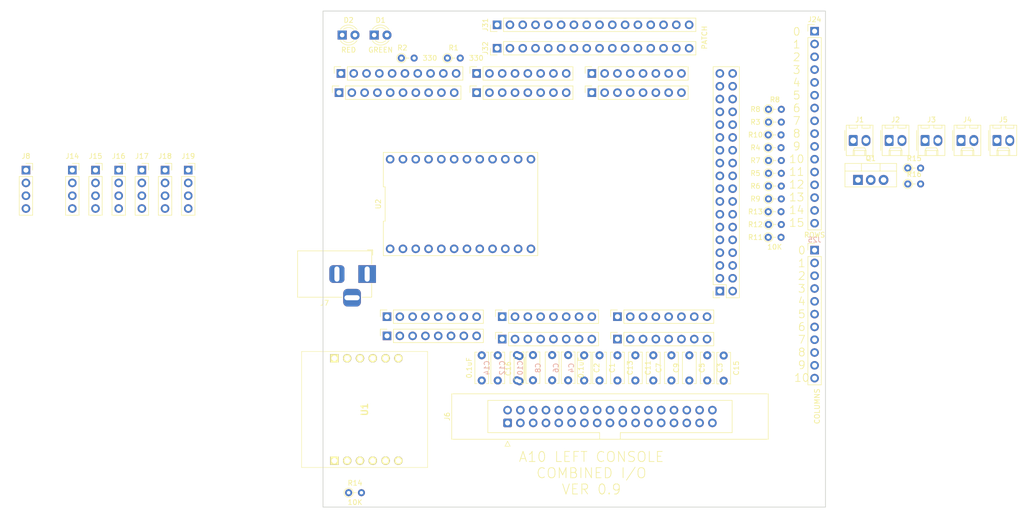
<source format=kicad_pcb>
(kicad_pcb (version 20240108) (generator "pcbnew") (generator_version "8.0")
  (title_block (date "mar. 31 mars 2015"))
  (layers (0 "F.Cu" signal) (31 "B.Cu" signal) (34 "B.Paste" user) (35 "F.Paste" user) (36 "B.SilkS" user "B.Silkscreen") (37 "F.SilkS" user "F.Silkscreen") (38 "B.Mask" user) (39 "F.Mask" user) (44 "Edge.Cuts" user))
  (net 0 "")
  (net 1 "GND")
  (net 2 "SCLK")
  (net 3 "ES1_RST")
  (net 4 "MISO")
  (net 5 "MOSI")
  (net 6 "/48")
  (net 7 "/49")
  (net 8 "/*46")
  (net 9 "/47")
  (net 10 "/*45")
  (net 11 "/42")
  (net 12 "/43")
  (net 13 "/40")
  (net 14 "/41")
  (net 15 "/38")
  (net 16 "/39")
  (net 17 "/A3")
  (net 18 "/37")
  (net 19 "/35")
  (net 20 "/32")
  (net 21 "/33")
  (net 22 "/30")
  (net 23 "/31")
  (net 24 "/28")
  (net 25 "/29")
  (net 26 "/26")
  (net 27 "/27")
  (net 28 "/24")
  (net 29 "/22")
  (net 30 "/23")
  (net 31 "Net-(D1-A)")
  (net 32 "+5V")
  (net 33 "/IOREF")
  (net 34 "/A0")
  (net 35 "/A1")
  (net 36 "/A2")
  (net 37 "Net-(D2-A)")
  (net 38 "/A4")
  (net 39 "/A5")
  (net 40 "/A6")
  (net 41 "/A7")
  (net 42 "/25")
  (net 43 "/A9")
  (net 44 "/A10")
  (net 45 "/A11")
  (net 46 "/A12")
  (net 47 "/A13")
  (net 48 "/A14")
  (net 49 "/A15")
  (net 50 "/AREF")
  (net 51 "/*13")
  (net 52 "/*12")
  (net 53 "/*11")
  (net 54 "/*9")
  (net 55 "/*8")
  (net 56 "/*7")
  (net 57 "/*6")
  (net 58 "/*5")
  (net 59 "/*4")
  (net 60 "/*3")
  (net 61 "/*2")
  (net 62 "/TX0{slash}1")
  (net 63 "/RX0{slash}0")
  (net 64 "+3V3")
  (net 65 "/RX3{slash}15")
  (net 66 "/*44")
  (net 67 "/TX3{slash}14")
  (net 68 "VCC")
  (net 69 "/~{RESET}")
  (net 70 "SS")
  (net 71 "/36")
  (net 72 "/A8")
  (net 73 "/BACKLIGHT_-V")
  (net 74 "+12V")
  (net 75 "SCL")
  (net 76 "/34")
  (net 77 "Net-(J31-Pin_1)")
  (net 78 "Net-(J31-Pin_2)")
  (net 79 "Net-(J31-Pin_3)")
  (net 80 "Net-(J31-Pin_4)")
  (net 81 "Net-(J31-Pin_5)")
  (net 82 "Net-(J31-Pin_6)")
  (net 83 "Net-(J31-Pin_7)")
  (net 84 "Net-(J31-Pin_8)")
  (net 85 "Net-(J31-Pin_9)")
  (net 86 "Net-(J31-Pin_10)")
  (net 87 "Net-(J31-Pin_11)")
  (net 88 "Net-(J31-Pin_12)")
  (net 89 "Net-(J31-Pin_13)")
  (net 90 "Net-(J31-Pin_14)")
  (net 91 "Net-(J31-Pin_15)")
  (net 92 "Net-(J31-Pin_16)")
  (net 95 "Net-(U1-INT)")
  (net 97 "SDA")
  (net 98 "I2C_SEL_A0")
  (net 99 "I2C_SEL_A1")
  (net 100 "I2C_SEL_RESET")
  (net 101 "I2C_SEL_A2")
  (net 109 "Net-(Q1-G)")
  (net 110 "/BACKLIGHT")
  (net 111 "/OLED/SC0")
  (net 112 "/OLED/SD0")
  (net 113 "VHF_AM_OLED_SD")
  (net 114 "VHF_AM_OLED_SC")
  (net 115 "/OLED/SD2")
  (net 116 "/OLED/SC2")
  (net 117 "/OLED/SC3")
  (net 118 "/OLED/SD3")
  (net 119 "/OLED/SD4")
  (net 120 "/OLED/SC4")
  (net 121 "/OLED/SD5")
  (net 122 "/OLED/SC5")
  (net 123 "/OLED/SD6")
  (net 124 "/OLED/SC6")
  (net 125 "/OLED/SC7")
  (net 126 "/OLED/SD7")
  (footprint "Connector_PinSocket_2.54mm:PinSocket_2x18_P2.54mm_Vertical" (layer "F.Cu") (at 193.98 92.38 180)
    (property "Reference" "J37" (hide yes))
    (property "Value" "Digital")
    (pad "1" thru_hole rect (at 0 0 180) (size 1.7 1.7) (drill 1) (layers "*.Cu" "*.Mask") (net 1 "GND"))
    (pad "2" thru_hole oval (at -2.54 0 180) (size 1.7 1.7) (drill 1) (layers "*.Cu" "*.Mask") (net 1 "GND"))
    (pad "3" thru_hole oval (at 0 2.54 180) (size 1.7 1.7) (drill 1) (layers "*.Cu" "*.Mask") (net 2 "SCLK"))
    (pad "4" thru_hole oval (at -2.54 2.54 180) (size 1.7 1.7) (drill 1) (layers "*.Cu" "*.Mask") (net 3 "ES1_RST"))
    (pad "5" thru_hole oval (at 0 5.08 180) (size 1.7 1.7) (drill 1) (layers "*.Cu" "*.Mask") (net 4 "MISO"))
    (pad "6" thru_hole oval (at -2.54 5.08 180) (size 1.7 1.7) (drill 1) (layers "*.Cu" "*.Mask") (net 5 "MOSI"))
    (pad "7" thru_hole oval (at 0 7.62 180) (size 1.7 1.7) (drill 1) (layers "*.Cu" "*.Mask") (net 6 "/48"))
    (pad "8" thru_hole oval (at -2.54 7.62 180) (size 1.7 1.7) (drill 1) (layers "*.Cu" "*.Mask") (net 7 "/49"))
    (pad "9" thru_hole oval (at 0 10.16 180) (size 1.7 1.7) (drill 1) (layers "*.Cu" "*.Mask") (net 8 "/*46"))
    (pad "10" thru_hole oval (at -2.54 10.16 180) (size 1.7 1.7) (drill 1) (layers "*.Cu" "*.Mask") (net 9 "/47"))
    (pad "11" thru_hole oval (at 0 12.7 180) (size 1.7 1.7) (drill 1) (layers "*.Cu" "*.Mask"))
    (pad "12" thru_hole oval (at -2.54 12.7 180) (size 1.7 1.7) (drill 1) (layers "*.Cu" "*.Mask") (net 10 "/*45"))
    (pad "13" thru_hole oval (at 0 15.24 180) (size 1.7 1.7) (drill 1) (layers "*.Cu" "*.Mask"))
    (pad "14" thru_hole oval (at -2.54 15.24 180) (size 1.7 1.7) (drill 1) (layers "*.Cu" "*.Mask") (net 12 "/43"))
    (pad "15" thru_hole oval (at 0 17.78 180) (size 1.7 1.7) (drill 1) (layers "*.Cu" "*.Mask") (net 13 "/40"))
    (pad "16" thru_hole oval (at -2.54 17.78 180) (size 1.7 1.7) (drill 1) (layers "*.Cu" "*.Mask") (net 14 "/41"))
    (pad "17" thru_hole oval (at 0 20.32 180) (size 1.7 1.7) (drill 1) (layers "*.Cu" "*.Mask") (net 15 "/38"))
    (pad "18" thru_hole oval (at -2.54 20.32 180) (size 1.7 1.7) (drill 1) (layers "*.Cu" "*.Mask") (net 16 "/39"))
    (pad "19" thru_hole oval (at 0 22.86 180) (size 1.7 1.7) (drill 1) (layers "*.Cu" "*.Mask") (net 71 "/36"))
    (pad "20" thru_hole oval (at -2.54 22.86 180) (size 1.7 1.7) (drill 1) (layers "*.Cu" "*.Mask") (net 18 "/37"))
    (pad "21" thru_hole oval (at 0 25.4 180) (size 1.7 1.7) (drill 1) (layers "*.Cu" "*.Mask") (net 76 "/34"))
    (pad "22" thru_hole oval (at -2.54 25.4 180) (size 1.7 1.7) (drill 1) (layers "*.Cu" "*.Mask") (net 19 "/35"))
    (pad "23" thru_hole oval (at 0 27.94 180) (size 1.7 1.7) (drill 1) (layers "*.Cu" "*.Mask"))
    (pad "24" thru_hole oval (at -2.54 27.94 180) (size 1.7 1.7) (drill 1) (layers "*.Cu" "*.Mask") (net 21 "/33"))
    (pad "25" thru_hole oval (at 0 30.48 180) (size 1.7 1.7) (drill 1) (layers "*.Cu" "*.Mask") (net 22 "/30"))
    (pad "26" thru_hole oval (at -2.54 30.48 180) (size 1.7 1.7) (drill 1) (layers "*.Cu" "*.Mask") (net 23 "/31"))
    (pad "27" thru_hole oval (at 0 33.02 180) (size 1.7 1.7) (drill 1) (layers "*.Cu" "*.Mask"))
    (pad "28" thru_hole oval (at -2.54 33.02 180) (size 1.7 1.7) (drill 1) (layers "*.Cu" "*.Mask") (net 25 "/29"))
    (pad "29" thru_hole oval (at 0 35.56 180) (size 1.7 1.7) (drill 1) (layers "*.Cu" "*.Mask"))
    (pad "30" thru_hole oval (at -2.54 35.56 180) (size 1.7 1.7) (drill 1) (layers "*.Cu" "*.Mask") (net 27 "/27"))
    (pad "31" thru_hole oval (at 0 38.1 180) (size 1.7 1.7) (drill 1) (layers "*.Cu" "*.Mask"))
    (pad "32" thru_hole oval (at -2.54 38.1 180) (size 1.7 1.7) (drill 1) (layers "*.Cu" "*.Mask") (net 42 "/25"))
    (pad "33" thru_hole oval (at 0 40.64 180) (size 1.7 1.7) (drill 1) (layers "*.Cu" "*.Mask"))
    (pad "34" thru_hole oval (at -2.54 40.64 180) (size 1.7 1.7) (drill 1) (layers "*.Cu" "*.Mask") (net 30 "/23"))
    (pad "35" thru_hole oval (at 0 43.18 180) (size 1.7 1.7) (drill 1) (layers "*.Cu" "*.Mask") (net 32 "+5V"))
    (pad "36" thru_hole oval (at -2.54 43.18 180) (size 1.7 1.7) (drill 1) (layers "*.Cu" "*.Mask") (net 32 "+5V"))
  )
  (footprint "Connector_PinSocket_2.54mm:PinSocket_1x08_P2.54mm_Vertical" (layer "F.Cu") (at 127.94 97.46 90)
    (property "Reference" "J34" (hide yes))
    (property "Value" "Power")
    (pad "1" thru_hole rect (at 0 0 90) (size 1.7 1.7) (drill 1) (layers "*.Cu" "*.Mask"))
    (pad "2" thru_hole oval (at 0 2.54 90) (size 1.7 1.7) (drill 1) (layers "*.Cu" "*.Mask") (net 33 "/IOREF"))
    (pad "3" thru_hole oval (at 0 5.08 90) (size 1.7 1.7) (drill 1) (layers "*.Cu" "*.Mask") (net 69 "/~{RESET}"))
    (pad "4" thru_hole oval (at 0 7.62 90) (size 1.7 1.7) (drill 1) (layers "*.Cu" "*.Mask") (net 64 "+3V3"))
    (pad "5" thru_hole oval (at 0 10.16 90) (size 1.7 1.7) (drill 1) (layers "*.Cu" "*.Mask") (net 32 "+5V"))
    (pad "6" thru_hole oval (at 0 12.7 90) (size 1.7 1.7) (drill 1) (layers "*.Cu" "*.Mask") (net 1 "GND"))
    (pad "7" thru_hole oval (at 0 15.24 90) (size 1.7 1.7) (drill 1) (layers "*.Cu" "*.Mask") (net 1 "GND"))
    (pad "8" thru_hole oval (at 0 17.78 90) (size 1.7 1.7) (drill 1) (layers "*.Cu" "*.Mask") (net 68 "VCC"))
  )
  (footprint "Connector_PinSocket_2.54mm:PinSocket_1x08_P2.54mm_Vertical" (layer "F.Cu") (at 150.8 97.46 90)
    (property "Reference" "J35" (hide yes))
    (property "Value" "Analog")
    (pad "1" thru_hole rect (at 0 0 90) (size 1.7 1.7) (drill 1) (layers "*.Cu" "*.Mask") (net 34 "/A0"))
    (pad "2" thru_hole oval (at 0 2.54 90) (size 1.7 1.7) (drill 1) (layers "*.Cu" "*.Mask") (net 35 "/A1"))
    (pad "3" thru_hole oval (at 0 5.08 90) (size 1.7 1.7) (drill 1) (layers "*.Cu" "*.Mask") (net 36 "/A2"))
    (pad "4" thru_hole oval (at 0 7.62 90) (size 1.7 1.7) (drill 1) (layers "*.Cu" "*.Mask") (net 17 "/A3"))
    (pad "5" thru_hole oval (at 0 10.16 90) (size 1.7 1.7) (drill 1) (layers "*.Cu" "*.Mask") (net 38 "/A4"))
    (pad "6" thru_hole oval (at 0 12.7 90) (size 1.7 1.7) (drill 1) (layers "*.Cu" "*.Mask") (net 39 "/A5"))
    (pad "7" thru_hole oval (at 0 15.24 90) (size 1.7 1.7) (drill 1) (layers "*.Cu" "*.Mask") (net 40 "/A6"))
    (pad "8" thru_hole oval (at 0 17.78 90) (size 1.7 1.7) (drill 1) (layers "*.Cu" "*.Mask") (net 41 "/A7"))
  )
  (footprint "Connector_PinSocket_2.54mm:PinSocket_1x08_P2.54mm_Vertical" (layer "F.Cu") (at 173.66 97.46 90)
    (property "Reference" "J36" (hide yes))
    (property "Value" "Analog")
    (pad "1" thru_hole rect (at 0 0 90) (size 1.7 1.7) (drill 1) (layers "*.Cu" "*.Mask") (net 72 "/A8"))
    (pad "2" thru_hole oval (at 0 2.54 90) (size 1.7 1.7) (drill 1) (layers "*.Cu" "*.Mask") (net 43 "/A9"))
    (pad "3" thru_hole oval (at 0 5.08 90) (size 1.7 1.7) (drill 1) (layers "*.Cu" "*.Mask") (net 44 "/A10"))
    (pad "4" thru_hole oval (at 0 7.62 90) (size 1.7 1.7) (drill 1) (layers "*.Cu" "*.Mask") (net 45 "/A11"))
    (pad "5" thru_hole oval (at 0 10.16 90) (size 1.7 1.7) (drill 1) (layers "*.Cu" "*.Mask") (net 46 "/A12"))
    (pad "6" thru_hole oval (at 0 12.7 90) (size 1.7 1.7) (drill 1) (layers "*.Cu" "*.Mask") (net 47 "/A13"))
    (pad "7" thru_hole oval (at 0 15.24 90) (size 1.7 1.7) (drill 1) (layers "*.Cu" "*.Mask") (net 48 "/A14"))
    (pad "8" thru_hole oval (at 0 17.78 90) (size 1.7 1.7) (drill 1) (layers "*.Cu" "*.Mask") (net 49 "/A15"))
  )
  (footprint "Connector_PinSocket_2.54mm:PinSocket_1x10_P2.54mm_Vertical" (layer "F.Cu") (at 118.796 49.2 90)
    (property "Reference" "J38" (hide yes))
    (property "Value" "PWM")
    (pad "1" thru_hole rect (at 0 0 90) (size 1.7 1.7) (drill 1) (layers "*.Cu" "*.Mask") (net 75 "SCL"))
    (pad "2" thru_hole oval (at 0 2.54 90) (size 1.7 1.7) (drill 1) (layers "*.Cu" "*.Mask") (net 97 "SDA"))
    (pad "3" thru_hole oval (at 0 5.08 90) (size 1.7 1.7) (drill 1) (layers "*.Cu" "*.Mask") (net 50 "/AREF"))
    (pad "4" thru_hole oval (at 0 7.62 90) (size 1.7 1.7) (drill 1) (layers "*.Cu" "*.Mask") (net 1 "GND"))
    (pad "5" thru_hole oval (at 0 10.16 90) (size 1.7 1.7) (drill 1) (layers "*.Cu" "*.Mask") (net 51 "/*13"))
    (pad "6" thru_hole oval (at 0 12.7 90) (size 1.7 1.7) (drill 1) (layers "*.Cu" "*.Mask") (net 52 "/*12"))
    (pad "7" thru_hole oval (at 0 15.24 90) (size 1.7 1.7) (drill 1) (layers "*.Cu" "*.Mask") (net 53 "/*11"))
    (pad "8" thru_hole oval (at 0 17.78 90) (size 1.7 1.7) (drill 1) (layers "*.Cu" "*.Mask") (net 70 "SS"))
    (pad "9" thru_hole oval (at 0 20.32 90) (size 1.7 1.7) (drill 1) (layers "*.Cu" "*.Mask") (net 54 "/*9"))
    (pad "10" thru_hole oval (at 0 22.86 90) (size 1.7 1.7) (drill 1) (layers "*.Cu" "*.Mask") (net 55 "/*8"))
  )
  (footprint "Connector_PinSocket_2.54mm:PinSocket_1x08_P2.54mm_Vertical" (layer "F.Cu") (at 145.72 49.2 90)
    (property "Reference" "J39" (hide yes))
    (property "Value" "PWM")
    (pad "1" thru_hole rect (at 0 0 90) (size 1.7 1.7) (drill 1) (layers "*.Cu" "*.Mask") (net 56 "/*7"))
    (pad "2" thru_hole oval (at 0 2.54 90) (size 1.7 1.7) (drill 1) (layers "*.Cu" "*.Mask") (net 57 "/*6"))
    (pad "3" thru_hole oval (at 0 5.08 90) (size 1.7 1.7) (drill 1) (layers "*.Cu" "*.Mask") (net 58 "/*5"))
    (pad "4" thru_hole oval (at 0 7.62 90) (size 1.7 1.7) (drill 1) (layers "*.Cu" "*.Mask") (net 59 "/*4"))
    (pad "5" thru_hole oval (at 0 10.16 90) (size 1.7 1.7) (drill 1) (layers "*.Cu" "*.Mask") (net 60 "/*3"))
    (pad "6" thru_hole oval (at 0 12.7 90) (size 1.7 1.7) (drill 1) (layers "*.Cu" "*.Mask") (net 61 "/*2"))
    (pad "7" thru_hole oval (at 0 15.24 90) (size 1.7 1.7) (drill 1) (layers "*.Cu" "*.Mask") (net 62 "/TX0{slash}1"))
    (pad "8" thru_hole oval (at 0 17.78 90) (size 1.7 1.7) (drill 1) (layers "*.Cu" "*.Mask") (net 63 "/RX0{slash}0"))
  )
  (footprint "Connector_PinSocket_2.54mm:PinSocket_1x08_P2.54mm_Vertical" (layer "F.Cu") (at 168.58 49.2 90)
    (property "Reference" "J40" (hide yes))
    (property "Value" "Communication")
    (pad "1" thru_hole rect (at 0 0 90) (size 1.7 1.7) (drill 1) (layers "*.Cu" "*.Mask") (net 67 "/TX3{slash}14"))
    (pad "2" thru_hole oval (at 0 2.54 90) (size 1.7 1.7) (drill 1) (layers "*.Cu" "*.Mask") (net 65 "/RX3{slash}15"))
    (pad "3" thru_hole oval (at 0 5.08 90) (size 1.7 1.7) (drill 1) (layers "*.Cu" "*.Mask") (net 100 "I2C_SEL_RESET"))
    (pad "4" thru_hole oval (at 0 7.62 90) (size 1.7 1.7) (drill 1) (layers "*.Cu" "*.Mask") (net 98 "I2C_SEL_A0"))
    (pad "5" thru_hole oval (at 0 10.16 90) (size 1.7 1.7) (drill 1) (layers "*.Cu" "*.Mask") (net 99 "I2C_SEL_A1"))
    (pad "6" thru_hole oval (at 0 12.7 90) (size 1.7 1.7) (drill 1) (layers "*.Cu" "*.Mask") (net 101 "I2C_SEL_A2"))
    (pad "7" thru_hole oval (at 0 15.24 90) (size 1.7 1.7) (drill 1) (layers "*.Cu" "*.Mask") (net 97 "SDA"))
    (pad "8" thru_hole oval (at 0 17.78 90) (size 1.7 1.7) (drill 1) (layers "*.Cu" "*.Mask") (net 75 "SCL"))
  )
  (footprint "Resistor_THT:R_Axial_DIN0204_L3.6mm_D1.6mm_P2.54mm_Vertical" (layer "F.Cu") (at 203.632 69.012)
    (property "Reference" "R5" (at -2.59 0 0) (layer "F.SilkS"))
    (property "Value" "10K")
    (pad "1" thru_hole circle (at 0 0) (size 1.4 1.4) (drill 0.7) (layers "*.Cu" "*.Mask") (net 32 "+5V"))
    (pad "2" thru_hole oval (at 2.54 0) (size 1.4 1.4) (drill 0.7) (layers "*.Cu" "*.Mask") (net 13 "/40"))
  )
  (footprint "Resistor_THT:R_Axial_DIN0204_L3.6mm_D1.6mm_P2.54mm_Vertical" (layer "F.Cu") (at 130.784 46.152)
    (property "Reference" "R2" (at 0.204 -2.032 0) (layer "F.SilkS"))
    (property "Value" "330" (at 5.665 0 0) (layer "F.SilkS"))
    (pad "1" thru_hole circle (at 0 0) (size 1.4 1.4) (drill 0.7) (layers "*.Cu" "*.Mask") (net 52 "/*12"))
    (pad "2" thru_hole oval (at 2.54 0) (size 1.4 1.4) (drill 0.7) (layers "*.Cu" "*.Mask") (net 37 "Net-(D2-A)"))
  )
  (footprint "Resistor_THT:R_Axial_DIN0204_L3.6mm_D1.6mm_P2.54mm_Vertical" (layer "F.Cu") (at 231.27 71.13)
    (property "Reference" "R16" (at 1.27 -1.92 0) (layer "F.SilkS"))
    (property "Value" "10K")
    (pad "1" thru_hole circle (at 0 0) (size 1.4 1.4) (drill 0.7) (layers "*.Cu" "*.Mask") (net 1 "GND"))
    (pad "2" thru_hole oval (at 2.54 0) (size 1.4 1.4) (drill 0.7) (layers "*.Cu" "*.Mask") (net 109 "Net-(Q1-G)"))
  )
  (footprint "Capacitor_THT:C_Disc_D6.0mm_W2.5mm_P5.00mm" (layer "F.Cu") (at 184.368 110.12 90)
    (property "Reference" "C7" (at 2.5 -2.5 90) (layer "F.SilkS"))
    (property "Value" "0.1uF")
    (pad "1" thru_hole circle (at 0 0 90) (size 1.6 1.6) (drill 0.8) (layers "*.Cu" "*.Mask") (net 45 "/A11"))
    (pad "2" thru_hole circle (at 5 0 90) (size 1.6 1.6) (drill 0.8) (layers "*.Cu" "*.Mask") (net 1 "GND"))
  )
  (footprint "Capacitor_THT:C_Disc_D6.0mm_W2.5mm_P5.00mm" (layer "F.Cu") (at 146.736 105.12 -90)
    (property "Reference" "C14" (at 2.5 -1.016 90) (layer "B.SilkS") (effects (justify mirror)))
    (property "Value" "0.1uF" (at 2.5 2.5 90) (layer "F.SilkS"))
    (pad "1" thru_hole circle (at 0 0 270) (size 1.6 1.6) (drill 0.8) (layers "*.Cu" "*.Mask") (net 34 "/A0"))
    (pad "2" thru_hole circle (at 5 0 270) (size 1.6 1.6) (drill 0.8) (layers "*.Cu" "*.Mask") (net 1 "GND"))
  )
  (footprint "Connector_PinSocket_2.54mm:PinSocket_1x04_P2.54mm_Vertical" (layer "F.Cu") (at 70.1 68.38)
    (property "Reference" "J15" (at 0 -2.77 0) (layer "F.SilkS"))
    (property "Value" "MWS_OLED")
    (pad "1" thru_hole rect (at 0 0) (size 1.7 1.7) (drill 1) (layers "*.Cu" "*.Mask") (net 32 "+5V"))
    (pad "2" thru_hole oval (at 0 2.54) (size 1.7 1.7) (drill 1) (layers "*.Cu" "*.Mask") (net 1 "GND"))
    (pad "3" thru_hole oval (at 0 5.08) (size 1.7 1.7) (drill 1) (layers "*.Cu" "*.Mask") (net 117 "/OLED/SC3"))
    (pad "4" thru_hole oval (at 0 7.62) (size 1.7 1.7) (drill 1) (layers "*.Cu" "*.Mask") (net 118 "/OLED/SD3"))
  )
  (footprint "Resistor_THT:R_Axial_DIN0204_L3.6mm_D1.6mm_P2.54mm_Vertical" (layer "F.Cu") (at 203.632 66.472)
    (property "Reference" "R7" (at -2.59 0 0) (layer "F.SilkS"))
    (property "Value" "10K")
    (pad "1" thru_hole circle (at 0 0) (size 1.4 1.4) (drill 0.7) (layers "*.Cu" "*.Mask") (net 32 "+5V"))
    (pad "2" thru_hole oval (at 2.54 0) (size 1.4 1.4) (drill 0.7) (layers "*.Cu" "*.Mask") (net 11 "/42"))
  )
  (footprint "Connector_PinSocket_2.54mm:PinSocket_1x04_P2.54mm_Vertical" (layer "F.Cu") (at 88.5 68.38)
    (property "Reference" "J19" (at 0 -2.77 0) (layer "F.SilkS"))
    (property "Value" "SPARE_OLED")
    (pad "1" thru_hole rect (at 0 0) (size 1.7 1.7) (drill 1) (layers "*.Cu" "*.Mask") (net 32 "+5V"))
    (pad "2" thru_hole oval (at 0 2.54) (size 1.7 1.7) (drill 1) (layers "*.Cu" "*.Mask") (net 1 "GND"))
    (pad "3" thru_hole oval (at 0 5.08) (size 1.7 1.7) (drill 1) (layers "*.Cu" "*.Mask") (net 125 "/OLED/SC7"))
    (pad "4" thru_hole oval (at 0 7.62) (size 1.7 1.7) (drill 1) (layers "*.Cu" "*.Mask") (net 126 "/OLED/SD7"))
  )
  (footprint "Resistor_THT:R_Axial_DIN0204_L3.6mm_D1.6mm_P2.54mm_Vertical" (layer "F.Cu") (at 120.325 132.385)
    (property "Reference" "R14" (at 1.27 -1.92 0) (layer "F.SilkS"))
    (property "Value" "10K" (at 1.27 1.92 0) (layer "F.SilkS"))
    (pad "1" thru_hole circle (at 0 0) (size 1.4 1.4) (drill 0.7) (layers "*.Cu" "*.Mask") (net 64 "+3V3"))
    (pad "2" thru_hole oval (at 2.54 0) (size 1.4 1.4) (drill 0.7) (layers "*.Cu" "*.Mask") (net 95 "Net-(U1-INT)"))
  )
  (footprint "Connector_PinHeader_2.54mm:PinHeader_1x16_P2.54mm_Vertical" (layer "F.Cu") (at 149.784 44.198 90)
    (property "Reference" "J32" (at 0 -2.33 90) (layer "F.SilkS"))
    (property "Value" "PATCH")
    (pad "1" thru_hole rect (at 0 0 90) (size 1.7 1.7) (drill 1) (layers "*.Cu" "*.Mask") (net 77 "Net-(J31-Pin_1)"))
    (pad "2" thru_hole oval (at 0 2.54 90) (size 1.7 1.7) (drill 1) (layers "*.Cu" "*.Mask") (net 78 "Net-(J31-Pin_2)"))
    (pad "3" thru_hole oval (at 0 5.08 90) (size 1.7 1.7) (drill 1) (layers "*.Cu" "*.Mask") (net 79 "Net-(J31-Pin_3)"))
    (pad "4" thru_hole oval (at 0 7.62 90) (size 1.7 1.7) (drill 1) (layers "*.Cu" "*.Mask") (net 80 "Net-(J31-Pin_4)"))
    (pad "5" thru_hole oval (at 0 10.16 90) (size 1.7 1.7) (drill 1) (layers "*.Cu" "*.Mask") (net 81 "Net-(J31-Pin_5)"))
    (pad "6" thru_hole oval (at 0 12.7 90) (size 1.7 1.7) (drill 1) (layers "*.Cu" "*.Mask") (net 82 "Net-(J31-Pin_6)"))
    (pad "7" thru_hole oval (at 0 15.24 90) (size 1.7 1.7) (drill 1) (layers "*.Cu" "*.Mask") (net 83 "Net-(J31-Pin_7)"))
    (pad "8" thru_hole oval (at 0 17.78 90) (size 1.7 1.7) (drill 1) (layers "*.Cu" "*.Mask") (net 84 "Net-(J31-Pin_8)"))
    (pad "9" thru_hole oval (at 0 20.32 90) (size 1.7 1.7) (drill 1) (layers "*.Cu" "*.Mask") (net 85 "Net-(J31-Pin_9)"))
    (pad "10" thru_hole oval (at 0 22.86 90) (size 1.7 1.7) (drill 1) (layers "*.Cu" "*.Mask") (net 86 "Net-(J31-Pin_10)"))
    (pad "11" thru_hole oval (at 0 25.4 90) (size 1.7 1.7) (drill 1) (layers "*.Cu" "*.Mask") (net 87 "Net-(J31-Pin_11)"))
    (pad "12" thru_hole oval (at 0 27.94 90) (size 1.7 1.7) (drill 1) (layers "*.Cu" "*.Mask") (net 88 "Net-(J31-Pin_12)"))
    (pad "13" thru_hole oval (at 0 30.48 90) (size 1.7 1.7) (drill 1) (layers "*.Cu" "*.Mask") (net 89 "Net-(J31-Pin_13)"))
    (pad "14" thru_hole oval (at 0 33.02 90) (size 1.7 1.7) (drill 1) (layers "*.Cu" "*.Mask") (net 90 "Net-(J31-Pin_14)"))
    (pad "15" thru_hole oval (at 0 35.56 90) (size 1.7 1.7) (drill 1) (layers "*.Cu" "*.Mask") (net 91 "Net-(J31-Pin_15)"))
    (pad "16" thru_hole oval (at 0 38.1 90) (size 1.7 1.7) (drill 1) (layers "*.Cu" "*.Mask") (net 92 "Net-(J31-Pin_16)"))
  )
  (footprint "Capacitor_THT:C_Disc_D6.0mm_W2.5mm_P5.00mm" (layer "F.Cu") (at 191.48 105.12 -90)
    (property "Reference" "C3" (at 2.5 -2.5 90) (layer "F.SilkS"))
    (property "Value" "0.1uF")
    (pad "1" thru_hole circle (at 0 0 270) (size 1.6 1.6) (drill 0.8) (layers "*.Cu" "*.Mask") (net 47 "/A13"))
    (pad "2" thru_hole circle (at 5 0 270) (size 1.6 1.6) (drill 0.8) (layers "*.Cu" "*.Mask") (net 1 "GND"))
  )
  (footprint "Connector_PinSocket_2.54mm:PinSocket_1x04_P2.54mm_Vertical" (layer "F.Cu") (at 74.7 68.38)
    (property "Reference" "J16" (at 0 -2.77 0) (layer "F.SilkS"))
    (property "Value" "CMSP_OLED")
    (pad "1" thru_hole rect (at 0 0) (size 1.7 1.7) (drill 1) (layers "*.Cu" "*.Mask") (net 32 "+5V"))
    (pad "2" thru_hole oval (at 0 2.54) (size 1.7 1.7) (drill 1) (layers "*.Cu" "*.Mask") (net 1 "GND"))
    (pad "3" thru_hole oval (at 0 5.08) (size 1.7 1.7) (drill 1) (layers "*.Cu" "*.Mask") (net 120 "/OLED/SC4"))
    (pad "4" thru_hole oval (at 0 7.62) (size 1.7 1.7) (drill 1) (layers "*.Cu" "*.Mask") (net 119 "/OLED/SD4"))
  )
  (footprint "Connector_PinSocket_2.54mm:PinSocket_1x08_P2.54mm_Vertical" (layer "F.Cu") (at 173.66 101.905 90)
    (property "Reference" "J30")
    (property "Value" "Analog")
    (pad "1" thru_hole rect (at 0 0 90) (size 1.7 1.7) (drill 1) (layers "*.Cu" "*.Mask") (net 72 "/A8"))
    (pad "2" thru_hole oval (at 0 2.54 90) (size 1.7 1.7) (drill 1) (layers "*.Cu" "*.Mask") (net 43 "/A9"))
    (pad "3" thru_hole oval (at 0 5.08 90) (size 1.7 1.7) (drill 1) (layers "*.Cu" "*.Mask") (net 44 "/A10"))
    (pad "4" thru_hole oval (at 0 7.62 90) (size 1.7 1.7) (drill 1) (layers "*.Cu" "*.Mask") (net 45 "/A11"))
    (pad "5" thru_hole oval (at 0 10.16 90) (size 1.7 1.7) (drill 1) (layers "*.Cu" "*.Mask") (net 46 "/A12"))
    (pad "6" thru_hole oval (at 0 12.7 90) (size 1.7 1.7) (drill 1) (layers "*.Cu" "*.Mask") (net 47 "/A13"))
    (pad "7" thru_hole oval (at 0 15.24 90) (size 1.7 1.7) (drill 1) (layers "*.Cu" "*.Mask") (net 48 "/A14"))
    (pad "8" thru_hole oval (at 0 17.78 90) (size 1.7 1.7) (drill 1) (layers "*.Cu" "*.Mask") (net 49 "/A15"))
  )
  (footprint "Connector_PinHeader_2.54mm:PinHeader_1x16_P2.54mm_Vertical" (layer "F.Cu") (at 212.776 40.818)
    (property "Reference" "J24" (at 0 -2.33 0) (layer "F.SilkS"))
    (property "Value" "ROWS" (at 0 40.43 0) (layer "F.SilkS"))
    (pad "1" thru_hole rect (at 0 0) (size 1.7 1.7) (drill 1) (layers "*.Cu" "*.Mask") (net 29 "/22"))
    (pad "2" thru_hole oval (at 0 2.54) (size 1.7 1.7) (drill 1) (layers "*.Cu" "*.Mask") (net 30 "/23"))
    (pad "3" thru_hole oval (at 0 5.08) (size 1.7 1.7) (drill 1) (layers "*.Cu" "*.Mask") (net 28 "/24"))
    (pad "4" thru_hole oval (at 0 7.62) (size 1.7 1.7) (drill 1) (layers "*.Cu" "*.Mask") (net 42 "/25"))
    (pad "5" thru_hole oval (at 0 10.16) (size 1.7 1.7) (drill 1) (layers "*.Cu" "*.Mask") (net 26 "/26"))
    (pad "6" thru_hole oval (at 0 12.7) (size 1.7 1.7) (drill 1) (layers "*.Cu" "*.Mask") (net 27 "/27"))
    (pad "7" thru_hole oval (at 0 15.24) (size 1.7 1.7) (drill 1) (layers "*.Cu" "*.Mask") (net 24 "/28"))
    (pad "8" thru_hole oval (at 0 17.78) (size 1.7 1.7) (drill 1) (layers "*.Cu" "*.Mask") (net 25 "/29"))
    (pad "9" thru_hole oval (at 0 20.32) (size 1.7 1.7) (drill 1) (layers "*.Cu" "*.Mask") (net 22 "/30"))
    (pad "10" thru_hole oval (at 0 22.86) (size 1.7 1.7) (drill 1) (layers "*.Cu" "*.Mask") (net 23 "/31"))
    (pad "11" thru_hole oval (at 0 25.4) (size 1.7 1.7) (drill 1) (layers "*.Cu" "*.Mask") (net 20 "/32"))
    (pad "12" thru_hole oval (at 0 27.94) (size 1.7 1.7) (drill 1) (layers "*.Cu" "*.Mask") (net 21 "/33"))
    (pad "13" thru_hole oval (at 0 30.48) (size 1.7 1.7) (drill 1) (layers "*.Cu" "*.Mask") (net 76 "/34"))
    (pad "14" thru_hole oval (at 0 33.02) (size 1.7 1.7) (drill 1) (layers "*.Cu" "*.Mask") (net 19 "/35"))
    (pad "15" thru_hole oval (at 0 35.56) (size 1.7 1.7) (drill 1) (layers "*.Cu" "*.Mask") (net 71 "/36"))
    (pad "16" thru_hole oval (at 0 38.1) (size 1.7 1.7) (drill 1) (layers "*.Cu" "*.Mask") (net 18 "/37"))
  )
  (footprint "Capacitor_THT:C_Disc_D6.0mm_W2.5mm_P5.00mm" (layer "F.Cu") (at 177.216 105.12 -90)
    (property "Reference" "C11" (at 2.5 -2.5 90) (layer "F.SilkS"))
    (property "Value" "0.1uF")
    (pad "1" thru_hole circle (at 0 0 270) (size 1.6 1.6) (drill 0.8) (layers "*.Cu" "*.Mask") (net 43 "/A9"))
    (pad "2" thru_hole circle (at 5 0 270) (size 1.6 1.6) (drill 0.8) (layers "*.Cu" "*.Mask") (net 1 "GND"))
  )
  (footprint "Arduino_MountingHole:MountingHole_3.2mm" (layer "F.Cu") (at 196.02 132.385)
    (property "Reference" "H2")
    (property "Value" "MountingHole")
    (pad "" np_thru_hole circle (at 0 0) (size 3.2 3.2) (drill 3.2) (layers "*.Cu" "*.Mask"))
  )
  (footprint "Connector_Molex:Molex_KK-254_AE-6410-02A_1x02_P2.54mm_Vertical" (layer "F.Cu") (at 220.44 62.5)
    (property "Reference" "J1" (at 1.27 -4.12 0) (layer "F.SilkS"))
    (property "Value" "BACKLIGHT")
    (pad "1" thru_hole roundrect (at 0 0) (size 1.74 2.19) (drill 1.19) (layers "*.Cu" "*.Mask") (roundrect_rratio 0.143678) (net 74 "+12V"))
    (pad "2" thru_hole oval (at 2.54 0) (size 1.74 2.19) (drill 1.19) (layers "*.Cu" "*.Mask") (net 73 "/BACKLIGHT_-V"))
  )
  (footprint "Capacitor_THT:C_Disc_D6.0mm_W2.5mm_P5.00mm" (layer "F.Cu") (at 160.706 105.08 -90)
    (property "Reference" "C6" (at 2.54 -0.762 90) (layer "B.SilkS") (effects (justify mirror)))
    (property "Value" "0.1uF")
    (pad "1" thru_hole circle (at 0 0 270) (size 1.6 1.6) (drill 0.8) (layers "*.Cu" "*.Mask") (net 38 "/A4"))
    (pad "2" thru_hole circle (at 5 0 270) (size 1.6 1.6) (drill 0.8) (layers "*.Cu" "*.Mask") (net 1 "GND"))
  )
  (footprint "Capacitor_THT:C_Disc_D6.0mm_W2.5mm_P5.00mm" (layer "F.Cu") (at 156.896 105.08 -90)
    (property "Reference" "C8" (at 2.54 -1.016 90) (layer "B.SilkS") (effects (justify mirror)))
    (property "Value" "0.1uF")
    (pad "1" thru_hole circle (at 0 0 270) (size 1.6 1.6) (drill 0.8) (layers "*.Cu" "*.Mask") (net 17 "/A3"))
    (pad "2" thru_hole circle (at 5 0 270) (size 1.6 1.6) (drill 0.8) (layers "*.Cu" "*.Mask") (net 1 "GND"))
  )
  (footprint "Resistor_THT:R_Axial_DIN0204_L3.6mm_D1.6mm_P2.54mm_Vertical" (layer "F.Cu") (at 203.582 61.392)
    (property "Reference" "R10" (at -2.54 0 0) (layer "F.SilkS"))
    (property "Value" "10K")
    (pad "1" thru_hole circle (at 0 0) (size 1.4 1.4) (drill 0.7) (layers "*.Cu" "*.Mask") (net 32 "+5V"))
    (pad "2" thru_hole oval (at 2.54 0) (size 1.4 1.4) (drill 0.7) (layers "*.Cu" "*.Mask") (net 10 "/*45"))
  )
  (footprint "Capacitor_THT:C_Disc_D6.0mm_W2.5mm_P5.00mm" (layer "F.Cu") (at 167.056 105.12 -90)
    (property "Reference" "C2" (at 2.5 -2.5 90) (layer "F.SilkS"))
    (property "Value" "0.1uF")
    (pad "1" thru_hole circle (at 0 0 270) (size 1.6 1.6) (drill 0.8) (layers "*.Cu" "*.Mask") (net 40 "/A6"))
    (pad "2" thru_hole circle (at 5 0 270) (size 1.6 1.6) (drill 0.8) (layers "*.Cu" "*.Mask") (net 1 "GND"))
  )
  (footprint "Connector_PinSocket_2.54mm:PinSocket_1x08_P2.54mm_Vertical" (layer "F.Cu") (at 127.94 101.27 90)
    (property "Reference" "J33")
    (property "Value" "Power")
    (pad "1" thru_hole rect (at 0 0 90) (size 1.7 1.7) (drill 1) (layers "*.Cu" "*.Mask"))
    (pad "2" thru_hole oval (at 0 2.54 90) (size 1.7 1.7) (drill 1) (layers "*.Cu" "*.Mask") (net 33 "/IOREF"))
    (pad "3" thru_hole oval (at 0 5.08 90) (size 1.7 1.7) (drill 1) (layers "*.Cu" "*.Mask") (net 69 "/~{RESET}"))
    (pad "4" thru_hole oval (at 0 7.62 90) (size 1.7 1.7) (drill 1) (layers "*.Cu" "*.Mask") (net 64 "+3V3"))
    (pad "5" thru_hole oval (at 0 10.16 90) (size 1.7 1.7) (drill 1) (layers "*.Cu" "*.Mask") (net 32 "+5V"))
    (pad "6" thru_hole oval (at 0 12.7 90) (size 1.7 1.7) (drill 1) (layers "*.Cu" "*.Mask") (net 1 "GND"))
    (pad "7" thru_hole oval (at 0 15.24 90) (size 1.7 1.7) (drill 1) (layers "*.Cu" "*.Mask") (net 1 "GND"))
    (pad "8" thru_hole oval (at 0 17.78 90) (size 1.7 1.7) (drill 1) (layers "*.Cu" "*.Mask") (net 68 "VCC"))
  )
  (footprint "Capacitor_THT:C_Disc_D6.0mm_W2.5mm_P5.00mm" (layer "F.Cu") (at 170.104 105.12 -90)
    (property "Reference" "C1" (at 2.5 -2.5 90) (layer "F.SilkS"))
    (property "Value" "0.1uF")
    (pad "1" thru_hole circle (at 0 0 270) (size 1.6 1.6) (drill 0.8) (layers "*.Cu" "*.Mask") (net 41 "/A7"))
    (pad "2" thru_hole circle (at 5 0 270) (size 1.6 1.6) (drill 0.8) (layers "*.Cu" "*.Mask") (net 1 "GND"))
  )
  (footprint "Resistor_THT:R_Axial_DIN0204_L3.6mm_D1.6mm_P2.54mm_Vertical" (layer "F.Cu") (at 203.632 56.312)
    (property "Reference" "R8" (at -2.59 0 0) (layer "F.SilkS"))
    (property "Value" "10K")
    (fp_text user "${REFERENCE}" (at 1.27 -1.92 0) (layer "F.SilkS"))
    (pad "1" thru_hole circle (at 0 0) (size 1.4 1.4) (drill 0.7) (layers "*.Cu" "*.Mask") (net 32 "+5V"))
    (pad "2" thru_hole oval (at 2.54 0) (size 1.4 1.4) (drill 0.7) (layers "*.Cu" "*.Mask") (net 12 "/43"))
  )
  (footprint "Resistor_THT:R_Axial_DIN0204_L3.6mm_D1.6mm_P2.54mm_Vertical" (layer "F.Cu") (at 203.582 81.712)
    (property "Reference" "R11" (at -2.54 0 0) (layer "F.SilkS"))
    (property "Value" "10K" (at 1.27 1.92 0) (layer "F.SilkS"))
    (pad "1" thru_hole circle (at 0 0) (size 1.4 1.4) (drill 0.7) (layers "*.Cu" "*.Mask") (net 32 "+5V"))
    (pad "2" thru_hole oval (at 2.54 0) (size 1.4 1.4) (drill 0.7) (layers "*.Cu" "*.Mask") (net 8 "/*46"))
  )
  (footprint "Capacitor_THT:C_Disc_D6.0mm_W2.5mm_P5.00mm" (layer "F.Cu") (at 187.924 105.12 -90)
    (property "Reference" "C5" (at 2.5 -2.5 90) (layer "F.SilkS"))
    (property "Value" "0.1uF")
    (pad "1" thru_hole circle (at 0 0 270) (size 1.6 1.6) (drill 0.8) (layers "*.Cu" "*.Mask") (net 46 "/A12"))
    (pad "2" thru_hole circle (at 5 0 270) (size 1.6 1.6) (drill 0.8) (layers "*.Cu" "*.Mask") (net 1 "GND"))
  )
  (footprint "Capacitor_THT:C_Disc_D6.0mm_W2.5mm_P5.00mm" (layer "F.Cu") (at 180.772 105.12 -90)
    (property "Reference" "C9" (at 2.5 -4.572 90) (layer "F.SilkS"))
    (property "Value" "0.1uF")
    (pad "1" thru_hole circle (at 0 0 270) (size 1.6 1.6) (drill 0.8) (layers "*.Cu" "*.Mask") (net 44 "/A10"))
    (pad "2" thru_hole circle (at 5 0 270) (size 1.6 1.6) (drill 0.8) (layers "*.Cu" "*.Mask") (net 1 "GND"))
  )
  (footprint "Connector_IDC:IDC-Header_2x17_P2.54mm_Latch_Vertical" (layer "F.Cu") (at 151.86 118.54 90)
    (property "Reference" "J6" (at 1.27 -11.97 90) (layer "F.SilkS"))
    (property "Value" "VHF_AM")
    (pad "1" thru_hole roundrect (at 0 0 90) (size 1.7 1.7) (drill 1) (layers "*.Cu" "*.Mask") (roundrect_rratio 0.147059) (net 15 "/38"))
    (pad "2" thru_hole circle (at 2.54 0 90) (size 1.7 1.7) (drill 1) (layers "*.Cu" "*.Mask") (net 16 "/39"))
    (pad "3" thru_hole circle (at 0 2.54 90) (size 1.7 1.7) (drill 1) (layers "*.Cu" "*.Mask") (net 13 "/40"))
    (pad "4" thru_hole circle (at 2.54 2.54 90) (size 1.7 1.7) (drill 1) (layers "*.Cu" "*.Mask") (net 29 "/22"))
    (pad "5" thru_hole circle (at 0 5.08 90) (size 1.7 1.7) (drill 1) (layers "*.Cu" "*.Mask") (net 30 "/23"))
    (pad "6" thru_hole circle (at 2.54 5.08 90) (size 1.7 1.7) (drill 1) (layers "*.Cu" "*.Mask") (net 28 "/24"))
    (pad "7" thru_hole circle (at 0 7.62 90) (size 1.7 1.7) (drill 1) (layers "*.Cu" "*.Mask") (net 42 "/25"))
    (pad "8" thru_hole circle (at 2.54 7.62 90) (size 1.7 1.7) (drill 1) (layers "*.Cu" "*.Mask") (net 26 "/26"))
    (pad "9" thru_hole circle (at 0 10.16 90) (size 1.7 1.7) (drill 1) (layers "*.Cu" "*.Mask") (net 27 "/27"))
    (pad "10" thru_hole circle (at 2.54 10.16 90) (size 1.7 1.7) (drill 1) (layers "*.Cu" "*.Mask") (net 24 "/28"))
    (pad "11" thru_hole circle (at 0 12.7 90) (size 1.7 1.7) (drill 1) (layers "*.Cu" "*.Mask") (net 25 "/29"))
    (pad "12" thru_hole circle (at 2.54 12.7 90) (size 1.7 1.7) (drill 1) (layers "*.Cu" "*.Mask") (net 22 "/30"))
    (pad "13" thru_hole circle (at 0 15.24 90) (size 1.7 1.7) (drill 1) (layers "*.Cu" "*.Mask") (net 23 "/31"))
    (pad "14" thru_hole circle (at 2.54 15.24 90) (size 1.7 1.7) (drill 1) (layers "*.Cu" "*.Mask") (net 20 "/32"))
    (pad "15" thru_hole circle (at 0 17.78 90) (size 1.7 1.7) (drill 1) (layers "*.Cu" "*.Mask") (net 21 "/33"))
    (pad "16" thru_hole circle (at 2.54 17.78 90) (size 1.7 1.7) (drill 1) (layers "*.Cu" "*.Mask") (net 76 "/34"))
    (pad "17" thru_hole circle (at 0 20.32 90) (size 1.7 1.7) (drill 1) (layers "*.Cu" "*.Mask") (net 19 "/35"))
    (pad "18" thru_hole circle (at 2.54 20.32 90) (size 1.7 1.7) (drill 1) (layers "*.Cu" "*.Mask") (net 71 "/36"))
    (pad "19" thru_hole circle (at 0 22.86 90) (size 1.7 1.7) (drill 1) (layers "*.Cu" "*.Mask") (net 18 "/37"))
    (pad "20" thru_hole circle (at 2.54 22.86 90) (size 1.7 1.7) (drill 1) (layers "*.Cu" "*.Mask"))
    (pad "21" thru_hole circle (at 0 25.4 90) (size 1.7 1.7) (drill 1) (layers "*.Cu" "*.Mask") (net 32 "+5V"))
    (pad "22" thru_hole circle (at 2.54 25.4 90) (size 1.7 1.7) (drill 1) (layers "*.Cu" "*.Mask") (net 34 "/A0"))
    (pad "23" thru_hole circle (at 0 27.94 90) (size 1.7 1.7) (drill 1) (layers "*.Cu" "*.Mask") (net 1 "GND"))
    (pad "24" thru_hole circle (at 2.54 27.94 90) (size 1.7 1.7) (drill 1) (layers "*.Cu" "*.Mask"))
    (pad "25" thru_hole circle (at 0 30.48 90) (size 1.7 1.7) (drill 1) (layers "*.Cu" "*.Mask") (net 48 "/A14"))
    (pad "26" thru_hole circle (at 2.54 30.48 90) (size 1.7 1.7) (drill 1) (layers "*.Cu" "*.Mask") (net 1 "GND"))
    (pad "27" thru_hole circle (at 0 33.02 90) (size 1.7 1.7) (drill 1) (layers "*.Cu" "*.Mask") (net 49 "/A15"))
    (pad "28" thru_hole circle (at 2.54 33.02 90) (size 1.7 1.7) (drill 1) (layers "*.Cu" "*.Mask"))
    (pad "29" thru_hole circle (at 0 35.56 90) (size 1.7 1.7) (drill 1) (layers "*.Cu" "*.Mask") (net 32 "+5V"))
    (pad "30" thru_hole circle (at 2.54 35.56 90) (size 1.7 1.7) (drill 1) (layers "*.Cu" "*.Mask") (net 1 "GND"))
    (pad "31" thru_hole circle (at 0 38.1 90) (size 1.7 1.7) (drill 1) (layers "*.Cu" "*.Mask") (net 114 "VHF_AM_OLED_SC"))
    (pad "32" thru_hole circle (at 2.54 38.1 90) (size 1.7 1.7) (drill 1) (layers "*.Cu" "*.Mask") (net 113 "VHF_AM_OLED_SD"))
    (pad "33" thru_hole circle (at 0 40.64 90) (size 1.7 1.7) (drill 1) (layers "*.Cu" "*.Mask") (net 74 "+12V"))
    (pad "34" thru_hole circle (at 2.54 40.64 90) (size 1.7 1.7) (drill 1) (layers "*.Cu" "*.Mask") (net 73 "/BACKLIGHT_-V"))
  )
  (footprint "Capacitor_THT:C_Disc_D6.0mm_W2.5mm_P5.00mm" (layer "F.Cu") (at 149.911 105.12 -90)
    (property "Reference" "C12" (at 2.5 -0.889 90) (layer "B.SilkS") (effects (justify mirror)))
    (property "Value" "0.1uF")
    (pad "1" thru_hole circle (at 0 0 270) (size 1.6 1.6) (drill 0.8) (layers "*.Cu" "*.Mask") (net 35 "/A1"))
    (pad "2" thru_hole circle (at 5 0 270) (size 1.6 1.6) (drill 0.8) (layers "*.Cu" "*.Mask") (net 1 "GND"))
  )
  (footprint "Capacitor_THT:C_Disc_D6.0mm_W2.5mm_P5.00mm" (layer "F.Cu") (at 194.74 105.17 -90)
    (property "Reference" "C15" (at 2.5 -2.5 90) (layer "F.SilkS"))
    (property "Value" "0.1uF")
    (pad "1" thru_hole circle (at 0 0 270) (size 1.6 1.6) (drill 0.8) (layers "*.Cu" "*.Mask") (net 48 "/A14"))
    (pad "2" thru_hole circle (at 5 0 270) (size 1.6 1.6) (drill 0.8) (layers "*.Cu" "*.Mask") (net 1 "GND"))
  )
  (footprint "Connector_PinSocket_2.54mm:PinSocket_1x04_P2.54mm_Vertical" (layer "F.Cu") (at 83.9 68.38)
    (property "Reference" "J18" (at 0 -2.77 0) (layer "F.SilkS"))
    (property "Value" "TACAN_OLED")
    (pad "1" thru_hole rect (at 0 0) (size 1.7 1.7) (drill 1) (layers "*.Cu" "*.Mask") (net 32 "+5V"))
    (pad "2" thru_hole oval (at 0 2.54) (size 1.7 1.7) (drill 1) (layers "*.Cu" "*.Mask") (net 1 "GND"))
    (pad "3" thru_hole oval (at 0 5.08) (size 1.7 1.7) (drill 1) (layers "*.Cu" "*.Mask") (net 124 "/OLED/SC6"))
    (pad "4" thru_hole oval (at 0 7.62) (size 1.7 1.7) (drill 1) (layers "*.Cu" "*.Mask") (net 123 "/OLED/SD6"))
  )
  (footprint "Resistor_THT:R_Axial_DIN0204_L3.6mm_D1.6mm_P2.54mm_Vertical" (layer "F.Cu") (at 203.632 58.852)
    (property "Reference" "R3" (at -2.59 0 0) (layer "F.SilkS"))
    (property "Value" "10K")
    (pad "1" thru_hole circle (at 0 0) (size 1.4 1.4) (drill 0.7) (layers "*.Cu" "*.Mask") (net 32 "+5V"))
    (pad "2" thru_hole oval (at 2.54 0) (size 1.4 1.4) (drill 0.7) (layers "*.Cu" "*.Mask") (net 15 "/38"))
  )
  (footprint "Arduino_MountingHole:MountingHole_3.2mm" (layer "F.Cu") (at 196.02 39.675)
    (property "Reference" "H3")
    (property "Value" "MountingHole")
    (pad "" np_thru_hole circle (at 0 0) (size 3.2 3.2) (drill 3.2) (layers "*.Cu" "*.Mask"))
  )
  (footprint "Connector_PinSocket_2.54mm:PinSocket_1x08_P2.54mm_Vertical" (layer "F.Cu") (at 168.58 53.01 90)
    (property "Reference" "J28")
    (property "Value" "Communication")
    (pad "1" thru_hole rect (at 0 0 90) (size 1.7 1.7) (drill 1) (layers "*.Cu" "*.Mask") (net 67 "/TX3{slash}14"))
    (pad "2" thru_hole oval (at 0 2.54 90) (size 1.7 1.7) (drill 1) (layers "*.Cu" "*.Mask") (net 65 "/RX3{slash}15"))
    (pad "3" thru_hole oval (at 0 5.08 90) (size 1.7 1.7) (drill 1) (layers "*.Cu" "*.Mask") (net 100 "I2C_SEL_RESET"))
    (pad "4" thru_hole oval (at 0 7.62 90) (size 1.7 1.7) (drill 1) (layers "*.Cu" "*.Mask") (net 98 "I2C_SEL_A0"))
    (pad "5" thru_hole oval (at 0 10.16 90) (size 1.7 1.7) (drill 1) (layers "*.Cu" "*.Mask") (net 99 "I2C_SEL_A1"))
    (pad "6" thru_hole oval (at 0 12.7 90) (size 1.7 1.7) (drill 1) (layers "*.Cu" "*.Mask") (net 101 "I2C_SEL_A2"))
    (pad "7" thru_hole oval (at 0 15.24 90) (size 1.7 1.7) (drill 1) (layers "*.Cu" "*.Mask") (net 97 "SDA"))
    (pad "8" thru_hole oval (at 0 17.78 90) (size 1.7 1.7) (drill 1) (layers "*.Cu" "*.Mask") (net 75 "SCL"))
  )
  (footprint "Connector_Molex:Molex_KK-254_AE-6410-02A_1x02_P2.54mm_Vertical" (layer "F.Cu") (at 241.83 62.5)
    (property "Reference" "J4" (at 1.27 -4.12 0) (layer "F.SilkS"))
    (property "Value" "BACKLIGHT")
    (pad "1" thru_hole roundrect (at 0 0) (size 1.74 2.19) (drill 1.19) (layers "*.Cu" "*.Mask") (roundrect_rratio 0.143678) (net 74 "+12V"))
    (pad "2" thru_hole oval (at 2.54 0) (size 1.74 2.19) (drill 1.19) (layers "*.Cu" "*.Mask") (net 73 "/BACKLIGHT_-V"))
  )
  (footprint "Capacitor_THT:C_Disc_D4.3mm_W1.9mm_P5.00mm" (layer "F.Cu") (at 154.22 110.275 90)
    (property "Reference" "C16" (at 2.5 -2.2 90) (layer "F.SilkS"))
    (property "Value" "0.1uF")
    (pad "1" thru_hole circle (at 0 0 90) (size 1.6 1.6) (drill 0.8) (layers "*.Cu" "*.Mask") (net 74 "+12V"))
    (pad "2" thru_hole circle (at 5 0 90) (size 1.6 1.6) (drill 0.8) (layers "*.Cu" "*.Mask") (net 1 "GND"))
  )
  (footprint "Capacitor_THT:C_Disc_D6.0mm_W2.5mm_P5.00mm" (layer "F.Cu") (at 163.881 105.08 -90)
    (property "Reference" "C4" (at 2.54 -0.635 90) (layer "B.SilkS") (effects (justify mirror)))
    (property "Value" "0.1uF" (at 2.5 -2.54 90) (layer "F.SilkS"))
    (pad "1" thru_hole circle (at 0 0 270) (size 1.6 1.6) (drill 0.8) (layers "*.Cu" "*.Mask") (net 39 "/A5"))
    (pad "2" thru_hole circle (at 5 0 270) (size 1.6 1.6) (drill 0.8) (layers "*.Cu" "*.Mask") (net 1 "GND"))
  )
  (footprint "Connector_Molex:Molex_KK-254_AE-6410-02A_1x02_P2.54mm_Vertical" (layer "F.Cu") (at 248.96 62.5)
    (property "Reference" "J5" (at 1.27 -4.12 0) (layer "F.SilkS"))
    (property "Value" "BACKLIGHT")
    (pad "1" thru_hole roundrect (at 0 0) (size 1.74 2.19) (drill 1.19) (layers "*.Cu" "*.Mask") (roundrect_rratio 0.143678) (net 74 "+12V"))
    (pad "2" thru_hole oval (at 2.54 0) (size 1.74 2.19) (drill 1.19) (layers "*.Cu" "*.Mask") (net 73 "/BACKLIGHT_-V"))
  )
  (footprint "Resistor_THT:R_Axial_DIN0204_L3.6mm_D1.6mm_P2.54mm_Vertical" (layer "F.Cu") (at 231.27 67.98)
    (property "Reference" "R15" (at 1.27 -1.92 0) (layer "F.SilkS"))
    (property "Value" "330")
    (pad "1" thru_hole circle (at 0 0) (size 1.4 1.4) (drill 0.7) (layers "*.Cu" "*.Mask") (net 109 "Net-(Q1-G)"))
    (pad "2" thru_hole oval (at 2.54 0) (size 1.4 1.4) (drill 0.7) (layers "*.Cu" "*.Mask") (net 110 "/BACKLIGHT"))
  )
  (footprint "Resistor_THT:R_Axial_DIN0204_L3.6mm_D1.6mm_P2.54mm_Vertical" (layer "F.Cu") (at 203.582 63.932)
    (property "Reference" "R4" (at -2.54 0 0) (layer "F.SilkS"))
    (property "Value" "10K")
    (pad "1" thru_hole circle (at 0 0) (size 1.4 1.4) (drill 0.7) (layers "*.Cu" "*.Mask") (net 32 "+5V"))
    (pad "2" thru_hole oval (at 2.54 0) (size 1.4 1.4) (drill 0.7) (layers "*.Cu" "*.Mask") (net 16 "/39"))
  )
  (footprint "Footprint Library:DIP-24_TCA9548A" (layer "F.Cu") (at 142.53 75.11)
    (property "Reference" "U2" (at -16.32 0 90) (layer "F.SilkS"))
    (property "Value" "TCA9548APWR")
    (pad "1" thru_hole circle (at -13.97 8.89) (size 1.7 1.7) (drill 1) (layers "*.Cu" "*.Mask") (net 64 "+3V3"))
    (pad "2" thru_hole circle (at -11.43 8.89) (size 1.7 1.7) (drill 1) (layers "*.Cu" "*.Mask") (net 1 "GND"))
    (pad "3" thru_hole circle (at -8.89 8.89) (size 1.7 1.7) (drill 1) (layers "*.Cu" "*.Mask") (net 97 "SDA"))
    (pad "4" thru_hole circle (at -6.35 8.89) (size 1.7 1.7) (drill 1) (layers "*.Cu" "*.Mask") (net 75 "SCL"))
    (pad "5" thru_hole circle (at -3.81 8.89) (size 1.7 1.7) (drill 1) (layers "*.Cu" "*.Mask") (net 100 "I2C_SEL_RESET"))
    (pad "6" thru_hole circle (at -1.27 8.89) (size 1.7 1.7) (drill 1) (layers "*.Cu" "*.Mask") (net 98 "I2C_SEL_A0"))
    (pad "7" thru_hole circle (at 1.27 8.89) (size 1.7 1.7) (drill 1) (layers "*.Cu" "*.Mask") (net 99 "I2C_SEL_A1"))
    (pad "8" thru_hole circle (at 3.81 8.89) (size 1.7 1.7) (drill 1) (layers "*.Cu" "*.Mask") (net 101 "I2C_SEL_A2"))
    (pad "9" thru_hole circle (at 6.35 8.89) (size 1.7 1.7) (drill 1) (layers "*.Cu" "*.Mask") (net 112 "/OLED/SD0"))
    (pad "10" thru_hole circle (at 8.89 8.89) (size 1.7 1.7) (drill 1) (layers "*.Cu" "*.Mask") (net 111 "/OLED/SC0"))
    (pad "11" thru_hole circle (at 11.43 8.89) (size 1.7 1.7) (drill 1) (layers "*.Cu" "*.Mask") (net 113 "VHF_AM_OLED_SD"))
    (pad "12" thru_hole circle (at 13.97 8.89) (size 1.7 1.7) (drill 1) (layers "*.Cu" "*.Mask") (net 114 "VHF_AM_OLED_SC"))
    (pad "13" thru_hole circle (at 13.97 -8.89) (size 1.7 1.7) (drill 1) (layers "*.Cu" "*.Mask") (net 115 "/OLED/SD2"))
    (pad "14" thru_hole circle (at 11.43 -8.89) (size 1.7 1.7) (drill 1) (layers "*.Cu" "*.Mask") (net 116 "/OLED/SC2"))
    (pad "15" thru_hole circle (at 8.89 -8.89) (size 1.7 1.7) (drill 1) (layers "*.Cu" "*.Mask") (net 118 "/OLED/SD3"))
    (pad "16" thru_hole circle (at 6.35 -8.89) (size 1.7 1.7) (drill 1) (layers "*.Cu" "*.Mask") (net 117 "/OLED/SC3"))
    (pad "17" thru_hole circle (at 3.81 -8.89) (size 1.7 1.7) (drill 1) (layers "*.Cu" "*.Mask") (net 119 "/OLED/SD4"))
    (pad "18" thru_hole circle (at 1.27 -8.89) (size 1.7 1.7) (drill 1) (layers "*.Cu" "*.Mask") (net 120 "/OLED/SC4"))
    (pad "19" thru_hole circle (at -1.27 -8.89) (size 1.7 1.7) (drill 1) (layers "*.Cu" "*.Mask") (net 121 "/OLED/SD5"))
    (pad "20" thru_hole circle (at -3.81 -8.89) (size 1.7 1.7) (drill 1) (layers "*.Cu" "*.Mask") (net 122 "/OLED/SC5"))
    (pad "21" thru_hole circle (at -6.35 -8.89) (size 1.7 1.7) (drill 1) (layers "*.Cu" "*.Mask") (net 123 "/OLED/SD6"))
    (pad "22" thru_hole circle (at -8.89 -8.89) (size 1.7 1.7) (drill 1) (layers "*.Cu" "*.Mask") (net 124 "/OLED/SC6"))
    (pad "23" thru_hole circle (at -11.43 -8.89) (size 1.7 1.7) (drill 1) (layers "*.Cu" "*.Mask") (net 126 "/OLED/SD7"))
    (pad "24" thru_hole circle (at -13.97 -8.89) (size 1.7 1.7) (drill 1) (layers "*.Cu" "*.Mask") (net 125 "/OLED/SC7"))
  )
  (footprint "Package_TO_SOT_THT:TO-220-3_Vertical" (layer "F.Cu") (at 221.38 70.33)
    (property "Reference" "Q1" (at 2.54 -4.27 0) (layer "F.SilkS"))
    (property "Value" "IRF1405PBF")
    (pad "1" thru_hole rect (at 0 0) (size 1.905 2) (drill 1.1) (layers "*.Cu" "*.Mask") (net 109 "Net-(Q1-G)"))
    (pad "2" thru_hole oval (at 2.54 0) (size 1.905 2) (drill 1.1) (layers "*.Cu" "*.Mask") (net 73 "/BACKLIGHT_-V"))
    (pad "3" thru_hole oval (at 5.08 0) (size 1.905 2) (drill 1.1) (layers "*.Cu" "*.Mask") (net 1 "GND"))
  )
  (footprint "Connector_PinSocket_2.54mm:PinSocket_1x08_P2.54mm_Vertical" (layer "F.Cu") (at 145.72 53.01 90)
    (property "Reference" "J27")
    (property "Value" "PWM")
    (pad "1" thru_hole rect (at 0 0 90) (size 1.7 1.7) (drill 1) (layers "*.Cu" "*.Mask") (net 56 "/*7"))
    (pad "2" thru_hole oval (at 0 2.54 90) (size 1.7 1.7) (drill 1) (layers "*.Cu" "*.Mask") (net 57 "/*6"))
    (pad "3" thru_hole oval (at 0 5.08 90) (size 1.7 1.7) (drill 1) (layers "*.Cu" "*.Mask") (net 58 "/*5"))
    (pad "4" thru_hole oval (at 0 7.62 90) (size 1.7 1.7) (drill 1) (layers "*.Cu" "*.Mask") (net 59 "/*4"))
    (pad "5" thru_hole oval (at 0 10.16 90) (size 1.7 1.7) (drill 1) (layers "*.Cu" "*.Mask") (net 60 "/*3"))
    (pad "6" thru_hole oval (at 0 12.7 90) (size 1.7 1.7) (drill 1) (layers "*.Cu" "*.Mask") (net 61 "/*2"))
    (pad "7" thru_hole oval (at 0 15.24 90) (size 1.7 1.7) (drill 1) (layers "*.Cu" "*.Mask") (net 62 "/TX0{slash}1"))
    (pad "8" thru_hole oval (at 0 17.78 90) (size 1.7 1.7) (drill 1) (layers "*.Cu" "*.Mask") (net 63 "/RX0{slash}0"))
  )
  (footprint "Connector_PinSocket_2.54mm:PinSocket_1x08_P2.54mm_Vertical" (layer "F.Cu") (at 150.8 101.905 90)
    (property "Reference" "J29")
    (property "Value" "Analog")
    (pad "1" thru_hole rect (at 0 0 90) (size 1.7 1.7) (drill 1) (layers "*.Cu" "*.Mask") (net 34 "/A0"))
    (pad "2" thru_hole oval (at 0 2.54 90) (size 1.7 1.7) (drill 1) (layers "*.Cu" "*.Mask") (net 35 "/A1"))
    (pad "3" thru_hole oval (at 0 5.08 90) (size 1.7 1.7) (drill 1) (layers "*.Cu" "*.Mask") (net 36 "/A2"))
    (pad "4" thru_hole oval (at 0 7.62 90) (size 1.7 1.7) (drill 1) (layers "*.Cu" "*.Mask") (net 17 "/A3"))
    (pad "5" thru_hole oval (at 0 10.16 90) (size 1.7 1.7) (drill 1) (layers "*.Cu" "*.Mask") (net 38 "/A4"))
    (pad "6" thru_hole oval (at 0 12.7 90) (size 1.7 1.7) (drill 1) (layers "*.Cu" "*.Mask") (net 39 "/A5"))
    (pad "7" thru_hole oval (at 0 15.24 90) (size 1.7 1.7) (drill 1) (layers "*.Cu" "*.Mask") (net 40 "/A6"))
    (pad "8" thru_hole oval (at 0 17.78 90) (size 1.7 1.7) (drill 1) (layers "*.Cu" "*.Mask") (net 41 "/A7"))
  )
  (footprint "Connector_BarrelJack:BarrelJack_Horizontal" (layer "F.Cu") (at 124 89)
    (property "Reference" "J7" (at -8.45 5.75 360) (layer "F.SilkS"))
    (property "Value" "12VIN")
    (pad "1" thru_hole rect (at 0 0) (size 3.5 3.5) (drill oval 1 3) (layers "*.Cu" "*.Mask") (net 74 "+12V"))
    (pad "2" thru_hole roundrect (at -6 0) (size 3 3.5) (drill oval 1 3) (layers "*.Cu" "*.Mask") (net 1 "GND"))
    (pad "3" thru_hole roundrect (at -3 4.7) (size 3.5 3.5) (drill oval 3 1) (layers "*.Cu" "*.Mask"))
  )
  (footprint "Connector_PinSocket_2.54mm:PinSocket_1x04_P2.54mm_Vertical" (layer "F.Cu") (at 65.5 68.38)
    (property "Reference" "J14" (at 0 -2.77 0) (layer "F.SilkS"))
    (property "Value" "UHF_OLED")
    (pad "1" thru_hole rect (at 0 0) (size 1.7 1.7) (drill 1) (layers "*.Cu" "*.Mask") (net 32 "+5V"))
    (pad "2" thru_hole oval (at 0 2.54) (size 1.7 1.7) (drill 1) (layers "*.Cu" "*.Mask") (net 1 "GND"))
    (pad "3" thru_hole oval (at 0 5.08) (size 1.7 1.7) (drill 1) (layers "*.Cu" "*.Mask") (net 116 "/OLED/SC2"))
    (pad "4" thru_hole oval (at 0 7.62) (size 1.7 1.7) (drill 1) (layers "*.Cu" "*.Mask") (net 115 "/OLED/SD2"))
  )
  (footprint "Connector_Molex:Molex_KK-254_AE-6410-02A_1x02_P2.54mm_Vertical" (layer "F.Cu") (at 227.57 62.5)
    (property "Reference" "J2" (at 1.27 -4.12 0) (layer "F.SilkS"))
    (property "Value" "BACKLIGHT")
    (pad "1" thru_hole roundrect (at 0 0) (size 1.74 2.19) (drill 1.19) (layers "*.Cu" "*.Mask") (roundrect_rratio 0.143678) (net 74 "+12V"))
    (pad "2" thru_hole oval (at 2.54 0) (size 1.74 2.19) (drill 1.19) (layers "*.Cu" "*.Mask") (net 73 "/BACKLIGHT_-V"))
  )
  (footprint "Capacitor_THT:C_Disc_D6.0mm_W2.5mm_P5.00mm" (layer "F.Cu") (at 173.66 105.12 -90)
    (property "Reference" "C13" (at 2.5 -2.5 90) (layer "F.SilkS"))
    (property "Value" "0.1uF")
    (pad "1" thru_hole circle (at 0 0 270) (size 1.6 1.6) (drill 0.8) (layers "*.Cu" "*.Mask") (net 72 "/A8"))
    (pad "2" thru_hole circle (at 5 0 270) (size 1.6 1.6) (drill 0.8) (layers "*.Cu" "*.Mask") (net 1 "GND"))
  )
  (footprint "Resistor_THT:R_Axial_DIN0204_L3.6mm_D1.6mm_P2.54mm_Vertical" (layer "F.Cu") (at 203.632 74.092)
    (property "Reference" "R9" (at -2.59 0 0) (layer "F.SilkS"))
    (property "Value" "10K")
    (pad "1" thru_hole circle (at 0 0) (size 1.4 1.4) (drill 0.7) (layers "*.Cu" "*.Mask") (net 32 "+5V"))
    (pad "2" thru_hole oval (at 2.54 0) (size 1.4 1.4) (drill 0.7) (layers "*.Cu" "*.Mask") (net 66 "/*44"))
  )
  (footprint "Resistor_THT:R_Axial_DIN0204_L3.6mm_D1.6mm_P2.54mm_Vertical" (layer "F.Cu") (at 203.632 71.552)
    (property "Reference" "R6" (at -2.59 0 0) (layer "F.SilkS"))
    (property "Value" "10K")
    (pad "1" thru_hole circle (at 0 0) (size 1.4 1.4) (drill 0.7) (layers "*.Cu" "*.Mask") (net 32 "+5V"))
    (pad "2" thru_hole oval (at 2.54 0) (size 1.4 1.4) (drill 0.7) (layers "*.Cu" "*.Mask") (net 14 "/41"))
  )
  (footprint "LED_THT:LED_D3.0mm" (layer "F.Cu") (at 125.395 41.58)
    (property "Reference" "D1" (at 1.27 -2.96 0) (layer "F.SilkS"))
    (property "Value" "GREEN" (at 1.27 2.96 0) (layer "F.SilkS"))
    (pad "1" thru_hole rect (at 0 0) (size 1.8 1.8) (drill 0.9) (layers "*.Cu" "*.Mask") (net 1 "GND"))
    (pad "2" thru_hole circle (at 2.54 0) (size 1.8 1.8) (drill 0.9) (layers "*.Cu" "*.Mask") (net 31 "Net-(D1-A)"))
  )
  (footprint "Connector_Molex:Molex_KK-254_AE-6410-02A_1x02_P2.54mm_Vertical" (layer "F.Cu") (at 234.7 62.5)
    (property "Reference" "J3" (at 1.27 -4.12 0) (layer "F.SilkS"))
    (property "Value" "BACKLIGHT")
    (pad "1" thru_hole roundrect (at 0 0) (size 1.74 2.19) (drill 1.19) (layers "*.Cu" "*.Mask") (roundrect_rratio 0.143678) (net 74 "+12V"))
    (pad "2" thru_hole oval (at 2.54 0) (size 1.74 2.19) (drill 1.19) (layers "*.Cu" "*.Mask") (net 73 "/BACKLIGHT_-V"))
  )
  (footprint "Resistor_THT:R_Axial_DIN0204_L3.6mm_D1.6mm_P2.54mm_Vertical" (layer "F.Cu") (at 203.632 79.172)
    (property "Reference" "R12" (at -2.59 0 0) (layer "F.SilkS"))
    (property "Value" "10K")
    (pad "1" thru_hole circle (at 0 0) (size 1.4 1.4) (drill 0.7) (layers "*.Cu" "*.Mask") (net 32 "+5V"))
    (pad "2" thru_hole oval (at 2.54 0) (size 1.4 1.4) (drill 0.7) (layers "*.Cu" "*.Mask") (net 9 "/47"))
  )
  (footprint "Resistor_THT:R_Axial_DIN0204_L3.6mm_D1.6mm_P2.54mm_Vertical" (layer "F.Cu") (at 139.928 46.152)
    (property "Reference" "R1" (at 1.22 -2.032 0) (layer "F.SilkS"))
    (property "Value" "330" (at 5.715 0 0) (layer "F.SilkS"))
    (pad "1" thru_hole circle (at 0 0) (size 1.4 1.4) (drill 0.7) (layers "*.Cu" "*.Mask") (net 51 "/*13"))
    (pad "2" thru_hole oval (at 2.54 0) (size 1.4 1.4) (drill 0.7) (layers "*.Cu" "*.Mask") (net 31 "Net-(D1-A)"))
  )
  (footprint "Connector_PinHeader_2.54mm:PinHeader_1x11_P2.54mm_Vertical" (layer "F.Cu") (at 212.776 84.252)
    (property "Reference" "J25" (at 0 -2.032 0) (layer "B.SilkS") (effects (justify mirror)))
    (property "Value" "COLUMNS" (at 0.508 30.988 90) (layer "F.SilkS"))
    (pad "1" thru_hole rect (at 0 0) (size 1.7 1.7) (drill 1) (layers "*.Cu" "*.Mask") (net 15 "/38"))
    (pad "2" thru_hole oval (at 0 2.54) (size 1.7 1.7) (drill 1) (layers "*.Cu" "*.Mask") (net 16 "/39"))
    (pad "3" thru_hole oval (at 0 5.08) (size 1.7 1.7) (drill 1) (layers "*.Cu" "*.Mask") (net 13 "/40"))
    (pad "4" thru_hole oval (at 0 7.62) (size 1.7 1.7) (drill 1) (layers "*.Cu" "*.Mask") (net 14 "/41"))
    (pad "5" thru_hole oval (at 0 10.16) (size 1.7 1.7) (drill 1) (layers "*.Cu" "*.Mask") (net 11 "/42"))
    (pad "6" thru_hole oval (at 0 12.7) (size 1.7 1.7) (drill 1) (layers "*.Cu" "*.Mask") (net 12 "/43"))
    (pad "7" thru_hole oval (at 0 15.24) (size 1.7 1.7) (drill 1) (layers "*.Cu" "*.Mask") (net 66 "/*44"))
    (pad "8" thru_hole oval (at 0 17.78) (size 1.7 1.7) (drill 1) (layers "*.Cu" "*.Mask") (net 10 "/*45"))
    (pad "9" thru_hole oval (at 0 20.32) (size 1.7 1.7) (drill 1) (layers "*.Cu" "*.Mask") (net 8 "/*46"))
    (pad "10" thru_hole oval (at 0 22.86) (size 1.7 1.7) (drill 1) (layers "*.Cu" "*.Mask") (net 9 "/47"))
    (pad "11" thru_hole oval (at 0 25.4) (size 1.7 1.7) (drill 1) (layers "*.Cu" "*.Mask") (net 6 "/48"))
  )
  (footprint "Arduino_MountingHole:MountingHole_3.2mm" (layer "F.Cu") (at 166.04 64.44)
    (property "Reference" "MH1" (hide yes))
    (property "Value" "MountingHole_3.2mm" (hide yes))
    (pad "" np_thru_hole circle (at 0 0) (size 3.2 3.2) (drill 3.2) (layers "*.Cu" "*.Mask"))
  )
  (footprint "USR-ES1:USRES1" (layer "F.Cu") (at 117.495 126.035 90)
    (property "Reference" "U1" (at 10.16 6 90) (layer "F.SilkS") (effects (font (size 1.27 1.27) (thickness 0.254))))
    (property "Value" "USR-ES1" (hide yes))
    (pad "A1" thru_hole rect (at 0 0 180) (size 1.665 1.665) (drill 1.11) (layers "*.Cu" "*.Mask" "F.SilkS") (net 1 "GND"))
    (pad "A2" thru_hole circle (at 0 2.54 180) (size 1.665 1.665) (drill 1.11) (layers "*.Cu" "*.Mask" "F.SilkS") (net 1 "GND"))
    (pad "A3" thru_hole circle (at 0 5.08 180) (size 1.665 1.665) (drill 1.11) (layers "*.Cu" "*.Mask" "F.SilkS") (net 5 "MOSI"))
    (pad "A4" thru_hole circle (at 0 7.62 180) (size 1.665 1.665) (drill 1.11) (layers "*.Cu" "*.Mask" "F.SilkS") (net 2 "SCLK"))
    (pad "A5" thru_hole circle (at 0 10.16 180) (size 1.665 1.665) (drill 1.11) (layers "*.Cu" "*.Mask" "F.SilkS") (net 70 "SS"))
    (pad "A6" thru_hole circle (at 0 12.7 180) (size 1.665 1.665) (drill 1.11) (layers "*.Cu" "*.Mask" "F.SilkS") (net 95 "Net-(U1-INT)"))
    (pad "B1" thru_hole rect (at 20.32 0 180) (size 1.665 1.665) (drill 1.11) (layers "*.Cu" "*.Mask" "F.SilkS") (net 1 "GND"))
    (pad "B2" thru_hole circle (at 20.32 2.54 180) (size 1.665 1.665) (drill 1.11) (layers "*.Cu" "*.Mask" "F.SilkS") (net 64 "+3V3"))
    (pad "B3" thru_hole circle (at 20.32 5.08 180) (size 1.665 1.665) (drill 1.11) (layers "*.Cu" "*.Mask" "F.SilkS") (net 64 "+3V3"))
    (pad "B4" thru_hole circle (at 20.32 7.62 180) (size 1.665 1.665) (drill 1.11) (layers "*.Cu" "*.Mask" "F.SilkS"))
    (pad "B5" thru_hole circle (at 20.32 10.16 180) (size 1.665 1.665) (drill 1.11) (layers "*.Cu" "*.Mask" "F.SilkS") (net 3 "ES1_RST"))
    (pad "B6" thru_hole circle (at 20.32 12.7 180) (size 1.665 1.665) (drill 1.11) (layers "*.Cu" "*.Mask" "F.SilkS") (net 4 "MISO"))
  )
  (footprint "Connector_PinSocket_2.54mm:PinSocket_1x10_P2.54mm_Vertical" (layer "F.Cu") (at 118.415 53.01 90)
    (property "Reference" "J26")
    (property "Value" "PWM")
    (pad "1" thru_hole rect (at 0 0 90) (size 1.7 1.7) (drill 1) (layers "*.Cu" "*.Mask") (net 75 "SCL"))
    (pad "2" thru_hole oval (at 0 2.54 90) (size 1.7 1.7) (drill 1) (layers "*.Cu" "*.Mask") (net 97 "SDA"))
    (pad "3" thru_hole oval (at 0 5.08 90) (size 1.7 1.7) (drill 1) (layers "*.Cu" "*.Mask") (net 50 "/AREF"))
    (pad "4" thru_hole oval (at 0 7.62 90) (size 1.7 1.7) (drill 1) (layers "*.Cu" "*.Mask") (net 1 "GND"))
    (pad "5" thru_hole oval (at 0 10.16 90) (size 1.7 1.7) (drill 1) (layers "*.Cu" "*.Mask") (net 51 "/*13"))
    (pad "6" thru_hole oval (at 0 12.7 90) (size 1.7 1.7) (drill 1) (layers "*.Cu" "*.Mask") (net 52 "/*12"))
    (pad "7" thru_hole oval (at 0 15.24 90) (size 1.7 1.7) (drill 1) (layers "*.Cu" "*.Mask") (net 53 "/*11"))
    (pad "8" thru_hole oval (at 0 17.78 90) (size 1.7 1.7) (drill 1) (layers "*.Cu" "*.Mask") (net 70 "SS"))
    (pad "9" thru_hole oval (at 0 20.32 90) (size 1.7 1.7) (drill 1) (layers "*.Cu" "*.Mask") (net 54 "/*9"))
    (pad "10" thru_hole oval (at 0 22.86 90) (size 1.7 1.7) (drill 1) (layers "*.Cu" "*.Mask") (net 55 "/*8"))
  )
  (footprint "Arduino_MountingHole:MountingHole_3.2mm" (layer "F.Cu") (at 136.02 132.385)
    (property "Reference" "H1")
    (property "Value" "MountingHole")
    (pad "" np_thru_hole circle (at 0 0) (size 3.2 3.2) (drill 3.2) (layers "*.Cu" "*.Mask"))
  )
  (footprint "Connector_PinSocket_2.54mm:PinSocket_1x04_P2.54mm_Vertical" (layer "F.Cu") (at 56.3 68.38)
    (property "Reference" "J8" (at 0 -2.77 0) (layer "F.SilkS"))
    (property "Value" "VHF_FM_OLED")
    (pad "1" thru_hole rect (at 0 0) (size 1.7 1.7) (drill 1) (layers "*.Cu" "*.Mask") (net 32 "+5V"))
    (pad "2" thru_hole oval (at 0 2.54) (size 1.7 1.7) (drill 1) (layers "*.Cu" "*.Mask") (net 1 "GND"))
    (pad "3" thru_hole oval (at 0 5.08) (size 1.7 1.7) (drill 1) (layers "*.Cu" "*.Mask") (net 111 "/OLED/SC0"))
    (pad "4" thru_hole oval (at 0 7.62) (size 1.7 1.7) (drill 1) (layers "*.Cu" "*.Mask") (net 112 "/OLED/SD0"))
  )
  (footprint "Capacitor_THT:C_Disc_D6.0mm_W2.5mm_P5.00mm" (layer "F.Cu") (at 153.721 105.08 -90)
    (property "Reference" "C10" (at 2.54 -0.635 90) (layer "B.SilkS") (effects (justify mirror)))
    (property "Value" "0.1uF")
    (pad "1" thru_hole circle (at 0 0 270) (size 1.6 1.6) (drill 0.8) (layers "*.Cu" "*.Mask") (net 36 "/A2"))
    (pad "2" thru_hole circle (at 5 0 270) (size 1.6 1.6) (drill 0.8) (layers "*.Cu" "*.Mask") (net 1 "GND"))
  )
  (footprint "Connector_PinSocket_2.54mm:PinSocket_1x04_P2.54mm_Vertical" (layer "F.Cu") (at 79.3 68.38)
    (property "Reference" "J17" (at 0 -2.77 0) (layer "F.SilkS"))
    (property "Value" "ILS_OLED")
    (pad "1" thru_hole rect (at 0 0) (size 1.7 1.7) (drill 1) (layers "*.Cu" "*.Mask") (net 32 "+5V"))
    (pad "2" thru_hole oval (at 0 2.54) (size 1.7 1.7) (drill 1) (layers "*.Cu" "*.Mask") (net 1 "GND"))
    (pad "3" thru_hole oval (at 0 5.08) (size 1.7 1.7) (drill 1) (layers "*.Cu" "*.Mask") (net 122 "/OLED/SC5"))
    (pad "4" thru_hole oval (at 0 7.62) (size 1.7 1.7) (drill 1) (layers "*.Cu" "*.Mask") (net 121 "/OLED/SD5"))
  )
  (footprint "Connector_PinHeader_2.54mm:PinHeader_1x16_P2.54mm_Vertical" (layer "F.Cu") (at 149.784 39.548 90)
    (property "Reference" "J31" (at 0 -2.33 90) (layer "F.SilkS"))
    (property "Value" "PATCH" (at -2.54 41.148 90) (layer "F.SilkS"))
    (pad "1" thru_hole rect (at 0 0 90) (size 1.7 1.7) (drill 1) (layers "*.Cu" "*.Mask") (net 77 "Net-(J31-Pin_1)"))
    (pad "2" thru_hole oval (at 0 2.54 90) (size 1.7 1.7) (drill 1) (layers "*.Cu" "*.Mask") (net 78 "Net-(J31-Pin_2)"))
    (pad "3" thru_hole oval (at 0 5.08 90) (size 1.7 1.7) (drill 1) (layers "*.Cu" "*.Mask") (net 79 "Net-(J31-Pin_3)"))
    (pad "4" thru_hole oval (at 0 7.62 90) (size 1.7 1.7) (drill 1) (layers "*.Cu" "*.Mask") (net 80 "Net-(J31-Pin_4)"))
    (pad "5" thru_hole oval (at 0 10.16 90) (size 1.7 1.7) (drill 1) (layers "*.Cu" "*.Mask") (net 81 "Net-(J31-Pin_5)"))
    (pad "6" thru_hole oval (at 0 12.7 90) (size 1.7 1.7) (drill 1) (layers "*.Cu" "*.Mask") (net 82 "Net-(J31-Pin_6)"))
    (pad "7" thru_hole oval (at 0 15.24 90) (size 1.7 1.7) (drill 1) (layers "*.Cu" "*.Mask") (net 83 "Net-(J31-Pin_7)"))
    (pad "8" thru_hole oval (at 0 17.78 90) (size 1.7 1.7) (drill 1) (layers "*.Cu" "*.Mask") (net 84 "Net-(J31-Pin_8)"))
    (pad "9" thru_hole oval (at 0 20.32 90) (size 1.7 1.7) (drill 1) (layers "*.Cu" "*.Mask") (net 85 "Net-(J31-Pin_9)"))
    (pad "10" thru_hole oval (at 0 22.86 90) (size 1.7 1.7) (drill 1) (layers "*.Cu" "*.Mask") (net 86 "Net-(J31-Pin_10)"))
    (pad "11" thru_hole oval (at 0 25.4 90) (size 1.7 1.7) (drill 1) (layers "*.Cu" "*.Mask") (net 87 "Net-(J31-Pin_11)"))
    (pad "12" thru_hole oval (at 0 27.94 90) (size 1.7 1.7) (drill 1) (layers "*.Cu" "*.Mask") (net 88 "Net-(J31-Pin_12)"))
    (pad "13" thru_hole oval (at 0 30.48 90) (size 1.7 1.7) (drill 1) (layers "*.Cu" "*.Mask") (net 89 "Net-(J31-Pin_13)"))
    (pad "14" thru_hole oval (at 0 33.02 90) (size 1.7 1.7) (drill 1) (layers "*.Cu" "*.Mask") (net 90 "Net-(J31-Pin_14)"))
    (pad "15" thru_hole oval (at 0 35.56 90) (size 1.7 1.7) (drill 1) (layers "*.Cu" "*.Mask") (net 91 "Net-(J31-Pin_15)"))
    (pad "16" thru_hole oval (at 0 38.1 90) (size 1.7 1.7) (drill 1) (layers "*.Cu" "*.Mask") (net 92 "Net-(J31-Pin_16)"))
  )
  (footprint "LED_THT:LED_D3.0mm" (layer "F.Cu") (at 119.045 41.58)
    (property "Reference" "D2" (at 1.27 -2.96 0) (layer "F.SilkS"))
    (property "Value" "RED" (at 1.27 2.96 0) (layer "F.SilkS"))
    (pad "1" thru_hole rect (at 0 0) (size 1.8 1.8) (drill 0.9) (layers "*.Cu" "*.Mask") (net 1 "GND"))
    (pad "2" thru_hole circle (at 2.54 0) (size 1.8 1.8) (drill 0.9) (layers "*.Cu" "*.Mask") (net 37 "Net-(D2-A)"))
  )
  (footprint "Arduino_MountingHole:MountingHole_3.2mm" (layer "F.Cu") (at 136.02 39.675)
    (property "Reference" "H4")
    (property "Value" "MountingHole")
    (pad "" np_thru_hole circle (at 0 0) (size 3.2 3.2) (drill 3.2) (layers "*.Cu" "*.Mask"))
  )
  (footprint "Resistor_THT:R_Axial_DIN0204_L3.6mm_D1.6mm_P2.54mm_Vertical" (layer "F.Cu") (at 203.582 76.632)
    (property "Reference" "R13" (at -2.54 0 0) (layer "F.SilkS"))
    (property "Value" "10K")
    (pad "1" thru_hole circle (at 0 0) (size 1.4 1.4) (drill 0.7) (layers "*.Cu" "*.Mask") (net 32 "+5V"))
    (pad "2" thru_hole oval (at 2.54 0) (size 1.4 1.4) (drill 0.7) (layers "*.Cu" "*.Mask") (net 6 "/48"))
  )
  (gr_rect (start 115.24 36.8175) (end 214.935 135.2425) (stroke (width 0.15)) (fill none) (layer "Edge.Cuts"))
  (gr_text "0\n1\n2\n3\n4\n5\n6\n7\n8\n9\n10" (at 210.236 96.952 0) (layer "F.SilkS") (effects (font (size 1.57 1.6))))
  (gr_text "A10 LEFT CONSOLE\nCOMBINED I/O\nVER 0.9\n" (at 168.5 128.5 0) (layer "F.SilkS") (effects (font (size 2 2))))
  (gr_text "0\n1\n2\n3\n4\n5\n6\n7\n8\n9\n10\n11\n12\n13\n14\n15" (at 209.22 59.868 0) (layer "F.SilkS") (effects (font (size 1.57 1.6))))
)
</source>
